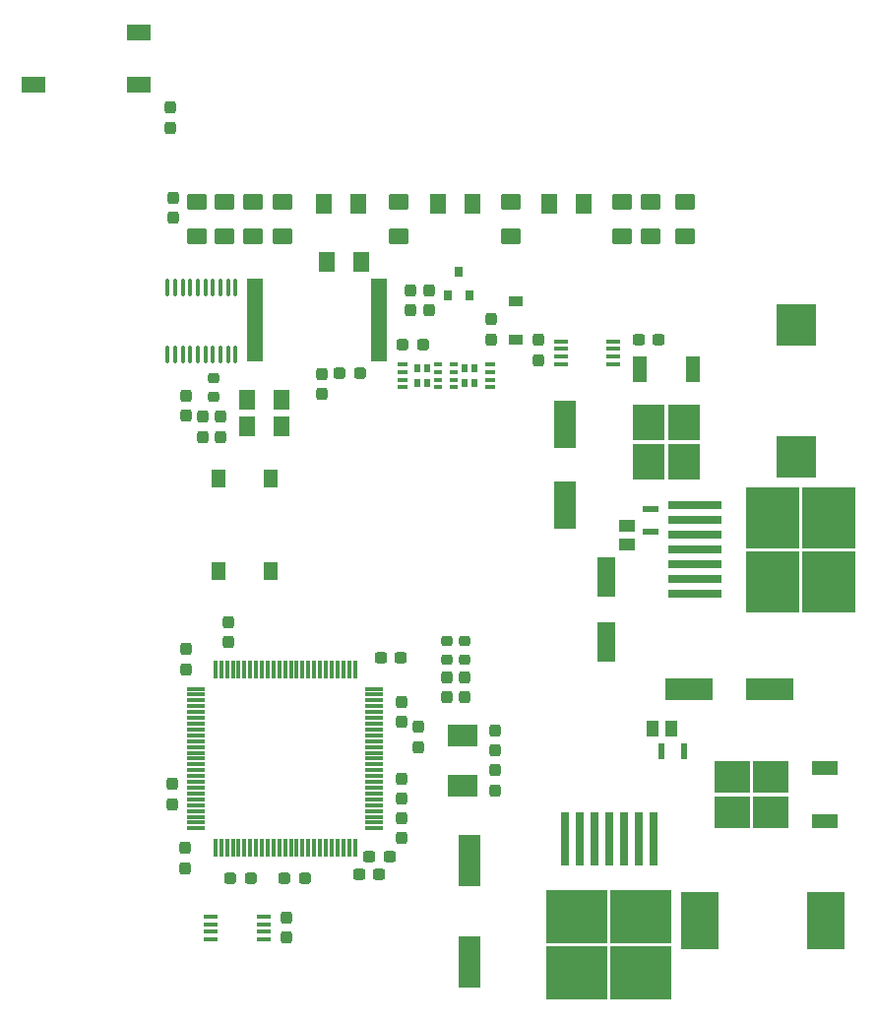
<source format=gtp>
%TF.GenerationSoftware,KiCad,Pcbnew,(6.0.1)*%
%TF.CreationDate,2022-04-29T11:40:24-05:00*%
%TF.ProjectId,Power_KiCAD_Project,506f7765-725f-44b6-9943-41445f50726f,rev?*%
%TF.SameCoordinates,Original*%
%TF.FileFunction,Paste,Top*%
%TF.FilePolarity,Positive*%
%FSLAX46Y46*%
G04 Gerber Fmt 4.6, Leading zero omitted, Abs format (unit mm)*
G04 Created by KiCad (PCBNEW (6.0.1)) date 2022-04-29 11:40:24*
%MOMM*%
%LPD*%
G01*
G04 APERTURE LIST*
G04 Aperture macros list*
%AMRoundRect*
0 Rectangle with rounded corners*
0 $1 Rounding radius*
0 $2 $3 $4 $5 $6 $7 $8 $9 X,Y pos of 4 corners*
0 Add a 4 corners polygon primitive as box body*
4,1,4,$2,$3,$4,$5,$6,$7,$8,$9,$2,$3,0*
0 Add four circle primitives for the rounded corners*
1,1,$1+$1,$2,$3*
1,1,$1+$1,$4,$5*
1,1,$1+$1,$6,$7*
1,1,$1+$1,$8,$9*
0 Add four rect primitives between the rounded corners*
20,1,$1+$1,$2,$3,$4,$5,0*
20,1,$1+$1,$4,$5,$6,$7,0*
20,1,$1+$1,$6,$7,$8,$9,0*
20,1,$1+$1,$8,$9,$2,$3,0*%
G04 Aperture macros list end*
%ADD10RoundRect,0.237500X-0.237500X0.300000X-0.237500X-0.300000X0.237500X-0.300000X0.237500X0.300000X0*%
%ADD11RoundRect,0.237500X-0.300000X-0.237500X0.300000X-0.237500X0.300000X0.237500X-0.300000X0.237500X0*%
%ADD12R,4.150000X1.900000*%
%ADD13R,1.020000X1.470000*%
%ADD14RoundRect,0.237500X0.237500X-0.300000X0.237500X0.300000X-0.237500X0.300000X-0.237500X-0.300000X0*%
%ADD15RoundRect,0.237500X-0.237500X0.287500X-0.237500X-0.287500X0.237500X-0.287500X0.237500X0.287500X0*%
%ADD16R,3.050000X2.750000*%
%ADD17R,2.200000X1.200000*%
%ADD18R,1.200000X0.900000*%
%ADD19RoundRect,0.218750X0.256250X-0.218750X0.256250X0.218750X-0.256250X0.218750X-0.256250X-0.218750X0*%
%ADD20R,0.830000X0.300000*%
%ADD21R,0.750000X0.300000*%
%ADD22R,0.510000X0.635000*%
%ADD23R,0.800000X0.900000*%
%ADD24RoundRect,0.237500X-0.287500X-0.237500X0.287500X-0.237500X0.287500X0.237500X-0.287500X0.237500X0*%
%ADD25R,5.250000X4.550000*%
%ADD26R,0.800000X4.600000*%
%ADD27RoundRect,0.075000X0.725000X0.075000X-0.725000X0.075000X-0.725000X-0.075000X0.725000X-0.075000X0*%
%ADD28RoundRect,0.075000X0.075000X0.725000X-0.075000X0.725000X-0.075000X-0.725000X0.075000X-0.725000X0*%
%ADD29RoundRect,0.237500X0.237500X-0.287500X0.237500X0.287500X-0.237500X0.287500X-0.237500X-0.287500X0*%
%ADD30RoundRect,0.250001X-0.624999X0.462499X-0.624999X-0.462499X0.624999X-0.462499X0.624999X0.462499X0*%
%ADD31RoundRect,0.250001X0.624999X-0.462499X0.624999X0.462499X-0.624999X0.462499X-0.624999X-0.462499X0*%
%ADD32RoundRect,0.250001X0.462499X0.624999X-0.462499X0.624999X-0.462499X-0.624999X0.462499X-0.624999X0*%
%ADD33RoundRect,0.237500X0.287500X0.237500X-0.287500X0.237500X-0.287500X-0.237500X0.287500X-0.237500X0*%
%ADD34RoundRect,0.100000X0.100000X-0.637500X0.100000X0.637500X-0.100000X0.637500X-0.100000X-0.637500X0*%
%ADD35RoundRect,0.250001X-0.462499X-0.624999X0.462499X-0.624999X0.462499X0.624999X-0.462499X0.624999X0*%
%ADD36R,1.900000X4.400000*%
%ADD37R,1.900000X4.150000*%
%ADD38R,0.620000X1.470000*%
%ADD39R,2.750000X3.050000*%
%ADD40R,1.200000X2.200000*%
%ADD41R,1.600000X3.500000*%
%ADD42R,1.470000X1.020000*%
%ADD43R,1.470000X0.620000*%
%ADD44R,3.400000X3.600000*%
%ADD45R,4.550000X5.250000*%
%ADD46R,4.600000X0.800000*%
%ADD47R,1.244600X0.355600*%
%ADD48R,1.300000X1.550000*%
%ADD49R,2.600000X1.900000*%
%ADD50R,1.422400X7.112000*%
%ADD51R,3.225800X4.953000*%
%ADD52R,2.100000X1.400000*%
G04 APERTURE END LIST*
D10*
%TO.C,C1*%
X106505000Y-133307500D03*
X106505000Y-135032500D03*
%TD*%
D11*
%TO.C,C2*%
X136800000Y-83625000D03*
X138525000Y-83625000D03*
%TD*%
D12*
%TO.C,C3*%
X141150000Y-113625000D03*
X148100000Y-113625000D03*
%TD*%
D13*
%TO.C,C5*%
X139625000Y-117025000D03*
X138025000Y-117025000D03*
%TD*%
D14*
%TO.C,C17*%
X99320000Y-91967500D03*
X99320000Y-90242500D03*
%TD*%
D15*
%TO.C,C18*%
X118785000Y-79345000D03*
X118785000Y-81095000D03*
%TD*%
D14*
%TO.C,C23*%
X97850000Y-90160000D03*
X97850000Y-88435000D03*
%TD*%
D11*
%TO.C,C26*%
X113660001Y-128055000D03*
X115385001Y-128055000D03*
%TD*%
D14*
%TO.C,C28*%
X97900000Y-111924999D03*
X97900000Y-110199999D03*
%TD*%
D10*
%TO.C,C30*%
X116400000Y-124725000D03*
X116400000Y-126450000D03*
%TD*%
D11*
%TO.C,C33*%
X112780000Y-129575000D03*
X114505000Y-129575000D03*
%TD*%
D10*
%TO.C,C35*%
X116400000Y-114762500D03*
X116400000Y-116487500D03*
%TD*%
D16*
%TO.C,D1*%
X144825000Y-121175000D03*
X144825000Y-124225000D03*
X148175000Y-124225000D03*
X148175000Y-121175000D03*
D17*
X152800000Y-124980000D03*
X152800000Y-120420000D03*
%TD*%
D18*
%TO.C,D4*%
X126200000Y-83625000D03*
X126200000Y-80325000D03*
%TD*%
D19*
%TO.C,D5*%
X121800000Y-111100001D03*
X121800000Y-109525001D03*
%TD*%
%TO.C,D6*%
X120300000Y-111100001D03*
X120300000Y-109525001D03*
%TD*%
D20*
%TO.C,Q1*%
X116465001Y-87050000D03*
X116465001Y-87700000D03*
D21*
X119575001Y-85750000D03*
X119575001Y-87700000D03*
X119575001Y-86400000D03*
D20*
X116465001Y-85750000D03*
D22*
X117785001Y-86099000D03*
D20*
X116465001Y-86400000D03*
D21*
X119575001Y-87050000D03*
D22*
X118645001Y-87351000D03*
X118645001Y-86099000D03*
X117785001Y-87351000D03*
%TD*%
D23*
%TO.C,Q2*%
X120390000Y-79785000D03*
X122290000Y-79785000D03*
X121340000Y-77785000D03*
%TD*%
D20*
%TO.C,Q3*%
X124035000Y-86399999D03*
X124035000Y-85749999D03*
X124035000Y-87049999D03*
D21*
X120925000Y-86399999D03*
D22*
X122715000Y-86098999D03*
X122715000Y-87350999D03*
D21*
X120925000Y-87049999D03*
D20*
X124035000Y-87699999D03*
D22*
X121855000Y-86098999D03*
D21*
X120925000Y-87699999D03*
D22*
X121855000Y-87350999D03*
D21*
X120925000Y-85749999D03*
%TD*%
D15*
%TO.C,R8*%
X117185000Y-79345000D03*
X117185000Y-81095000D03*
%TD*%
%TO.C,R16*%
X121800000Y-112625000D03*
X121800000Y-114375000D03*
%TD*%
%TO.C,R17*%
X120300000Y-112625000D03*
X120300000Y-114375000D03*
%TD*%
D24*
%TO.C,R18*%
X101725000Y-129925000D03*
X103475000Y-129925000D03*
%TD*%
D25*
%TO.C,U3*%
X137025000Y-133225000D03*
X131475000Y-138075000D03*
X137025000Y-138075000D03*
X131475000Y-133225000D03*
D26*
X138060000Y-126500000D03*
X136790000Y-126500000D03*
X135520000Y-126500000D03*
X134250000Y-126500000D03*
X132980000Y-126500000D03*
X131710000Y-126500000D03*
X130440000Y-126500000D03*
%TD*%
D27*
%TO.C,U6*%
X114075000Y-125625000D03*
X114075000Y-125125000D03*
X114075000Y-124625000D03*
X114075000Y-124125000D03*
X114075000Y-123625000D03*
X114075000Y-123125000D03*
X114075000Y-122625000D03*
X114075000Y-122125000D03*
X114075000Y-121625000D03*
X114075000Y-121125000D03*
X114075000Y-120625000D03*
X114075000Y-120125000D03*
X114075000Y-119625000D03*
X114075000Y-119125000D03*
X114075000Y-118625000D03*
X114075000Y-118125000D03*
X114075000Y-117625000D03*
X114075000Y-117125000D03*
X114075000Y-116625000D03*
X114075000Y-116125000D03*
X114075000Y-115625000D03*
X114075000Y-115125000D03*
X114075000Y-114625000D03*
X114075000Y-114125000D03*
X114075000Y-113625000D03*
D28*
X112400000Y-111950000D03*
X111900000Y-111950000D03*
X111400000Y-111950000D03*
X110900000Y-111950000D03*
X110400000Y-111950000D03*
X109900000Y-111950000D03*
X109400000Y-111950000D03*
X108900000Y-111950000D03*
X108400000Y-111950000D03*
X107900000Y-111950000D03*
X107400000Y-111950000D03*
X106900000Y-111950000D03*
X106400000Y-111950000D03*
X105900000Y-111950000D03*
X105400000Y-111950000D03*
X104900000Y-111950000D03*
X104400000Y-111950000D03*
X103900000Y-111950000D03*
X103400000Y-111950000D03*
X102900000Y-111950000D03*
X102400000Y-111950000D03*
X101900000Y-111950000D03*
X101400000Y-111950000D03*
X100900000Y-111950000D03*
X100400000Y-111950000D03*
D27*
X98725000Y-113625000D03*
X98725000Y-114125000D03*
X98725000Y-114625000D03*
X98725000Y-115125000D03*
X98725000Y-115625000D03*
X98725000Y-116125000D03*
X98725000Y-116625000D03*
X98725000Y-117125000D03*
X98725000Y-117625000D03*
X98725000Y-118125000D03*
X98725000Y-118625000D03*
X98725000Y-119125000D03*
X98725000Y-119625000D03*
X98725000Y-120125000D03*
X98725000Y-120625000D03*
X98725000Y-121125000D03*
X98725000Y-121625000D03*
X98725000Y-122125000D03*
X98725000Y-122625000D03*
X98725000Y-123125000D03*
X98725000Y-123625000D03*
X98725000Y-124125000D03*
X98725000Y-124625000D03*
X98725000Y-125125000D03*
X98725000Y-125625000D03*
D28*
X100400000Y-127300000D03*
X100900000Y-127300000D03*
X101400000Y-127300000D03*
X101900000Y-127300000D03*
X102400000Y-127300000D03*
X102900000Y-127300000D03*
X103400000Y-127300000D03*
X103900000Y-127300000D03*
X104400000Y-127300000D03*
X104900000Y-127300000D03*
X105400000Y-127300000D03*
X105900000Y-127300000D03*
X106400000Y-127300000D03*
X106900000Y-127300000D03*
X107400000Y-127300000D03*
X107900000Y-127300000D03*
X108400000Y-127300000D03*
X108900000Y-127300000D03*
X109400000Y-127300000D03*
X109900000Y-127300000D03*
X110400000Y-127300000D03*
X110900000Y-127300000D03*
X111400000Y-127300000D03*
X111900000Y-127300000D03*
X112400000Y-127300000D03*
%TD*%
D15*
%TO.C,R7*%
X100830000Y-90230000D03*
X100830000Y-91980000D03*
%TD*%
D29*
%TO.C,C21*%
X109540000Y-88275000D03*
X109540000Y-86525000D03*
%TD*%
D24*
%TO.C,R11*%
X111110000Y-86485000D03*
X112860000Y-86485000D03*
%TD*%
D30*
%TO.C,R3*%
X125800000Y-71725000D03*
X125800000Y-74700000D03*
%TD*%
%TO.C,R5*%
X106200000Y-71725000D03*
X106200000Y-74700000D03*
%TD*%
D31*
%TO.C,R1*%
X140800000Y-74700000D03*
X140800000Y-71725000D03*
%TD*%
D30*
%TO.C,R2*%
X135400000Y-71725000D03*
X135400000Y-74700000D03*
%TD*%
%TO.C,R4*%
X116200000Y-71725000D03*
X116200000Y-74700000D03*
%TD*%
%TO.C,C16*%
X98800000Y-71750000D03*
X98800000Y-74725000D03*
%TD*%
D31*
%TO.C,C15*%
X103600000Y-74725000D03*
X103600000Y-71750000D03*
%TD*%
D32*
%TO.C,C14*%
X112687500Y-71925000D03*
X109712500Y-71925000D03*
%TD*%
%TO.C,C13*%
X122487500Y-71925000D03*
X119512500Y-71925000D03*
%TD*%
%TO.C,C12*%
X132087500Y-71925000D03*
X129112500Y-71925000D03*
%TD*%
D30*
%TO.C,C11*%
X137800000Y-71725000D03*
X137800000Y-74700000D03*
%TD*%
D10*
%TO.C,C27*%
X97800000Y-127325000D03*
X97800000Y-129050000D03*
%TD*%
D33*
%TO.C,R12*%
X118249999Y-84025000D03*
X116499999Y-84025000D03*
%TD*%
D14*
%TO.C,C36*%
X117890000Y-118624999D03*
X117890000Y-116899999D03*
%TD*%
D10*
%TO.C,C32*%
X116400000Y-121325000D03*
X116400000Y-123050000D03*
%TD*%
D14*
%TO.C,C34*%
X101500000Y-109624999D03*
X101500000Y-107899999D03*
%TD*%
D32*
%TO.C,R9*%
X106087500Y-88735000D03*
X103112500Y-88735000D03*
%TD*%
D33*
%TO.C,R19*%
X108100001Y-129925000D03*
X106350001Y-129925000D03*
%TD*%
D29*
%TO.C,R13*%
X124100000Y-83575000D03*
X124100000Y-81825000D03*
%TD*%
D14*
%TO.C,C31*%
X96700000Y-123534999D03*
X96700000Y-121809999D03*
%TD*%
D15*
%TO.C,C20*%
X96800000Y-71380000D03*
X96800000Y-73130000D03*
%TD*%
D34*
%TO.C,U5*%
X96300000Y-84850000D03*
X96950000Y-84850000D03*
X97600000Y-84850000D03*
X98250000Y-84850000D03*
X98900000Y-84850000D03*
X99550000Y-84850000D03*
X100200000Y-84850000D03*
X100850000Y-84850000D03*
X101500000Y-84850000D03*
X102150000Y-84850000D03*
X102150000Y-79125000D03*
X101500000Y-79125000D03*
X100850000Y-79125000D03*
X100200000Y-79125000D03*
X99550000Y-79125000D03*
X98900000Y-79125000D03*
X98250000Y-79125000D03*
X97600000Y-79125000D03*
X96950000Y-79125000D03*
X96300000Y-79125000D03*
%TD*%
D35*
%TO.C,C22*%
X110002500Y-76905000D03*
X112977500Y-76905000D03*
%TD*%
D32*
%TO.C,C19*%
X106087500Y-91035000D03*
X103112500Y-91035000D03*
%TD*%
D19*
%TO.C,D3*%
X100280000Y-88482500D03*
X100280000Y-86907500D03*
%TD*%
D15*
%TO.C,R15*%
X128200000Y-83625000D03*
X128200000Y-85375000D03*
%TD*%
D29*
%TO.C,R14*%
X96510000Y-65410000D03*
X96510000Y-63660000D03*
%TD*%
D11*
%TO.C,C29*%
X114600000Y-110925000D03*
X116325000Y-110925000D03*
%TD*%
D36*
%TO.C,C10*%
X122250000Y-137125000D03*
X122250000Y-128425000D03*
%TD*%
D30*
%TO.C,R6*%
X101200000Y-71750000D03*
X101200000Y-74725000D03*
%TD*%
D37*
%TO.C,C4*%
X130500000Y-97825000D03*
X130500000Y-90875000D03*
%TD*%
D38*
%TO.C,C7*%
X138750001Y-119025000D03*
X140750001Y-119025000D03*
%TD*%
D39*
%TO.C,D2*%
X140725000Y-90750000D03*
X137675000Y-90750000D03*
X137675000Y-94100000D03*
X140725000Y-94100000D03*
D40*
X141480000Y-86125000D03*
X136920000Y-86125000D03*
%TD*%
D41*
%TO.C,C9*%
X134000000Y-104025000D03*
X134000000Y-109625000D03*
%TD*%
D42*
%TO.C,C6*%
X135800000Y-99625000D03*
X135800000Y-101225000D03*
%TD*%
D43*
%TO.C,C8*%
X137825000Y-100125000D03*
X137825000Y-98125000D03*
%TD*%
D44*
%TO.C,L2*%
X150400000Y-82375000D03*
X150400000Y-93675000D03*
%TD*%
D45*
%TO.C,U4*%
X153200000Y-98890000D03*
X153200000Y-104440000D03*
X148350000Y-98890000D03*
X148350000Y-104440000D03*
D46*
X141625000Y-97855000D03*
X141625000Y-99125000D03*
X141625000Y-100395000D03*
X141625000Y-101665000D03*
X141625000Y-102935000D03*
X141625000Y-104205000D03*
X141625000Y-105475000D03*
%TD*%
D10*
%TO.C,C25*%
X124474470Y-117220838D03*
X124474470Y-118945838D03*
%TD*%
D47*
%TO.C,U1*%
X130095000Y-83752501D03*
X130095000Y-84402499D03*
X130095000Y-85052501D03*
X130095000Y-85702499D03*
X134616200Y-85702499D03*
X134616200Y-85052501D03*
X134616200Y-84402499D03*
X134616200Y-83752501D03*
%TD*%
D48*
%TO.C,SW1*%
X100630000Y-103515000D03*
X100630000Y-95555000D03*
X105130000Y-103515000D03*
X105130000Y-95555000D03*
%TD*%
D49*
%TO.C,Y1*%
X121663721Y-121939861D03*
X121663721Y-117639861D03*
%TD*%
D47*
%TO.C,U2*%
X100005000Y-133220000D03*
X100005000Y-133869998D03*
X100005000Y-134520000D03*
X100005000Y-135169998D03*
X104526200Y-135169998D03*
X104526200Y-134520000D03*
X104526200Y-133869998D03*
X104526200Y-133220000D03*
%TD*%
D14*
%TO.C,C24*%
X124474470Y-122347361D03*
X124474470Y-120622361D03*
%TD*%
D50*
%TO.C,R10*%
X103776000Y-81885000D03*
X114444000Y-81885000D03*
%TD*%
D51*
%TO.C,L1*%
X142102500Y-133525000D03*
X152897500Y-133525000D03*
%TD*%
D52*
%TO.C,IC1*%
X93820000Y-61700000D03*
X84720000Y-61700000D03*
X93820000Y-57200000D03*
%TD*%
M02*

</source>
